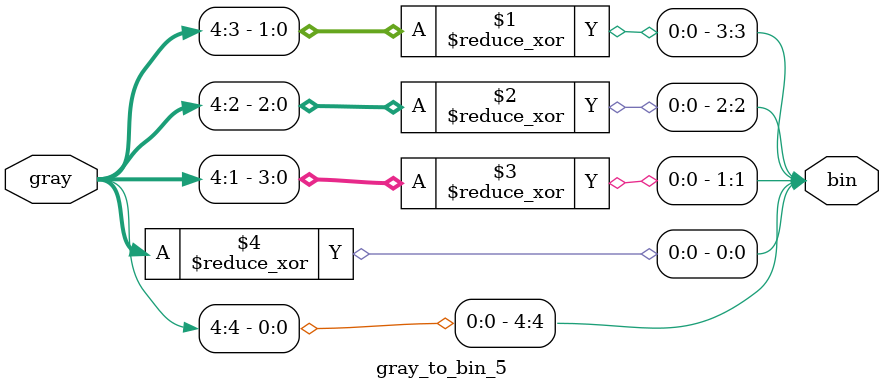
<source format=v>



`timescale 1 ps / 1 ps
// Copyright 2012 Altera Corporation. All rights reserved.  
// Altera products are protected under numerous U.S. and foreign patents, 
// maskwork rights, copyrights and other intellectual property laws.  
//
// This reference design file, and your use thereof, is subject to and governed
// by the terms and conditions of the applicable Altera Reference Design 
// License Agreement (either as signed by you or found at www.altera.com).  By
// using this reference design file, you indicate your acceptance of such terms
// and conditions between you and Altera Corporation.  In the event that you do
// not agree with such terms and conditions, you may not use the reference 
// design file and please promptly destroy any copies you have made.
//
// This reference design file is being provided on an "as-is" basis and as an 
// accommodation and therefore all warranties, representations or guarantees of 
// any kind (whether express, implied or statutory) including, without 
// limitation, warranties of merchantability, non-infringement, or fitness for
// a particular purpose, are specifically disclaimed.  By making this reference
// design file available, Altera expressly does not recommend, suggest or 
// require that this reference design file be used in combination with any 
// other product not provided by Altera.
/////////////////////////////////////////////////////////////////////////////

// baeckler - 01-17-2012
// separated in case we want to force the LUT decomposition

module gray_to_bin_5 (
	input [4:0] gray,
	output [4:0] bin
);

assign bin[4] = gray[4];
assign bin[3] = ^gray[4:3];
assign bin[2] = ^gray[4:2];
assign bin[1] = ^gray[4:1];
assign bin[0] = ^gray[4:0];

endmodule
// BENCHMARK INFO :  5SGXEA7N2F45C2
// BENCHMARK INFO :  Max depth :  2.0 LUTs
// BENCHMARK INFO :  Total registers : 0
// BENCHMARK INFO :  Total pins : 10
// BENCHMARK INFO :  Total virtual pins : 0
// BENCHMARK INFO :  Total block memory bits : 0
// BENCHMARK INFO :  Comb ALUTs :                         ; 5               ;       ;
// BENCHMARK INFO :  ALMs : 3 / 234,720 ( < 1 % )

</source>
